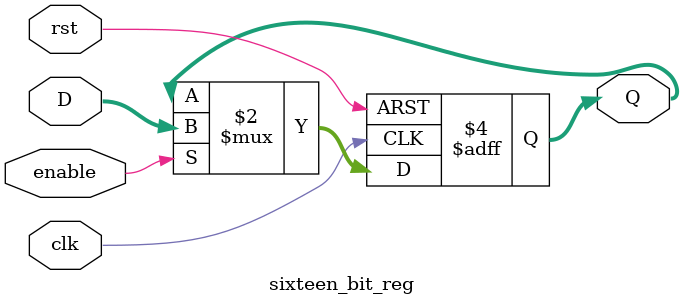
<source format=v>
module sixteen_bit_reg (
    input [15:0] D, 
    input clk, 
    input rst, 
    input enable,       
    output reg [15:0] Q
);

    always @(posedge clk or posedge rst) begin
        if (rst) begin
            Q <= 16'b0;
        end else if (enable) begin
            Q <= D;
        end
    end

endmodule

</source>
